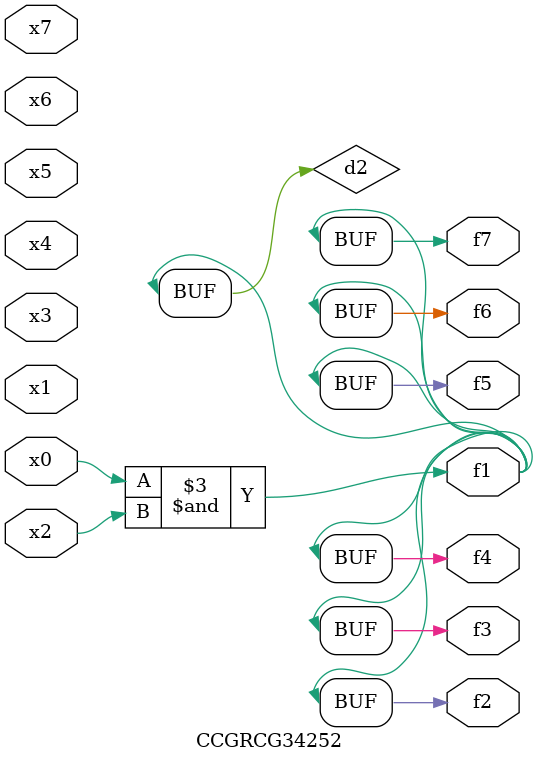
<source format=v>
module CCGRCG34252(
	input x0, x1, x2, x3, x4, x5, x6, x7,
	output f1, f2, f3, f4, f5, f6, f7
);

	wire d1, d2;

	nor (d1, x3, x6);
	and (d2, x0, x2);
	assign f1 = d2;
	assign f2 = d2;
	assign f3 = d2;
	assign f4 = d2;
	assign f5 = d2;
	assign f6 = d2;
	assign f7 = d2;
endmodule

</source>
